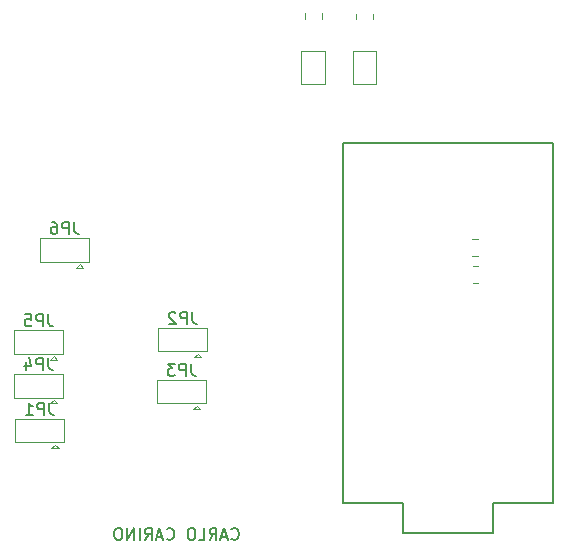
<source format=gbr>
%TF.GenerationSoftware,KiCad,Pcbnew,(5.1.10)-1*%
%TF.CreationDate,2022-02-24T11:14:30+08:00*%
%TF.ProjectId,hat,6861742e-6b69-4636-9164-5f7063625858,rev?*%
%TF.SameCoordinates,Original*%
%TF.FileFunction,Legend,Bot*%
%TF.FilePolarity,Positive*%
%FSLAX46Y46*%
G04 Gerber Fmt 4.6, Leading zero omitted, Abs format (unit mm)*
G04 Created by KiCad (PCBNEW (5.1.10)-1) date 2022-02-24 11:14:30*
%MOMM*%
%LPD*%
G01*
G04 APERTURE LIST*
%ADD10C,0.150000*%
%ADD11C,0.120000*%
G04 APERTURE END LIST*
D10*
X149542857Y-118957142D02*
X149590476Y-119004761D01*
X149733333Y-119052380D01*
X149828571Y-119052380D01*
X149971428Y-119004761D01*
X150066666Y-118909523D01*
X150114285Y-118814285D01*
X150161904Y-118623809D01*
X150161904Y-118480952D01*
X150114285Y-118290476D01*
X150066666Y-118195238D01*
X149971428Y-118100000D01*
X149828571Y-118052380D01*
X149733333Y-118052380D01*
X149590476Y-118100000D01*
X149542857Y-118147619D01*
X149161904Y-118766666D02*
X148685714Y-118766666D01*
X149257142Y-119052380D02*
X148923809Y-118052380D01*
X148590476Y-119052380D01*
X147685714Y-119052380D02*
X148019047Y-118576190D01*
X148257142Y-119052380D02*
X148257142Y-118052380D01*
X147876190Y-118052380D01*
X147780952Y-118100000D01*
X147733333Y-118147619D01*
X147685714Y-118242857D01*
X147685714Y-118385714D01*
X147733333Y-118480952D01*
X147780952Y-118528571D01*
X147876190Y-118576190D01*
X148257142Y-118576190D01*
X146780952Y-119052380D02*
X147257142Y-119052380D01*
X147257142Y-118052380D01*
X146257142Y-118052380D02*
X146066666Y-118052380D01*
X145971428Y-118100000D01*
X145876190Y-118195238D01*
X145828571Y-118385714D01*
X145828571Y-118719047D01*
X145876190Y-118909523D01*
X145971428Y-119004761D01*
X146066666Y-119052380D01*
X146257142Y-119052380D01*
X146352380Y-119004761D01*
X146447619Y-118909523D01*
X146495238Y-118719047D01*
X146495238Y-118385714D01*
X146447619Y-118195238D01*
X146352380Y-118100000D01*
X146257142Y-118052380D01*
X144066666Y-118957142D02*
X144114285Y-119004761D01*
X144257142Y-119052380D01*
X144352380Y-119052380D01*
X144495238Y-119004761D01*
X144590476Y-118909523D01*
X144638095Y-118814285D01*
X144685714Y-118623809D01*
X144685714Y-118480952D01*
X144638095Y-118290476D01*
X144590476Y-118195238D01*
X144495238Y-118100000D01*
X144352380Y-118052380D01*
X144257142Y-118052380D01*
X144114285Y-118100000D01*
X144066666Y-118147619D01*
X143685714Y-118766666D02*
X143209523Y-118766666D01*
X143780952Y-119052380D02*
X143447619Y-118052380D01*
X143114285Y-119052380D01*
X142209523Y-119052380D02*
X142542857Y-118576190D01*
X142780952Y-119052380D02*
X142780952Y-118052380D01*
X142400000Y-118052380D01*
X142304761Y-118100000D01*
X142257142Y-118147619D01*
X142209523Y-118242857D01*
X142209523Y-118385714D01*
X142257142Y-118480952D01*
X142304761Y-118528571D01*
X142400000Y-118576190D01*
X142780952Y-118576190D01*
X141780952Y-119052380D02*
X141780952Y-118052380D01*
X141304761Y-119052380D02*
X141304761Y-118052380D01*
X140733333Y-119052380D01*
X140733333Y-118052380D01*
X140066666Y-118052380D02*
X139876190Y-118052380D01*
X139780952Y-118100000D01*
X139685714Y-118195238D01*
X139638095Y-118385714D01*
X139638095Y-118719047D01*
X139685714Y-118909523D01*
X139780952Y-119004761D01*
X139876190Y-119052380D01*
X140066666Y-119052380D01*
X140161904Y-119004761D01*
X140257142Y-118909523D01*
X140304761Y-118719047D01*
X140304761Y-118385714D01*
X140257142Y-118195238D01*
X140161904Y-118100000D01*
X140066666Y-118052380D01*
%TO.C,U4*%
X158960000Y-85420000D02*
X176740000Y-85420000D01*
X176740000Y-85420000D02*
X176740000Y-115900000D01*
X176740000Y-115900000D02*
X171660000Y-115900000D01*
X171660000Y-115900000D02*
X171660000Y-118440000D01*
X171660000Y-118440000D02*
X164040000Y-118440000D01*
X164040000Y-118440000D02*
X164040000Y-115900000D01*
X164040000Y-115900000D02*
X158960000Y-115900000D01*
X158960000Y-115900000D02*
X158960000Y-85420000D01*
D11*
%TO.C,R10*%
X160065000Y-74502936D02*
X160065000Y-74957064D01*
X161535000Y-74502936D02*
X161535000Y-74957064D01*
%TO.C,R9*%
X157205000Y-74937064D02*
X157205000Y-74482936D01*
X155735000Y-74937064D02*
X155735000Y-74482936D01*
%TO.C,R8*%
X169932936Y-95035000D02*
X170387064Y-95035000D01*
X169932936Y-93565000D02*
X170387064Y-93565000D01*
%TO.C,R7*%
X169952936Y-97295000D02*
X170407064Y-97295000D01*
X169952936Y-95825000D02*
X170407064Y-95825000D01*
%TO.C,JP8*%
X161810000Y-77640000D02*
X159810000Y-77640000D01*
X161810000Y-80440000D02*
X161810000Y-77640000D01*
X159810000Y-80440000D02*
X161810000Y-80440000D01*
X159810000Y-77640000D02*
X159810000Y-80440000D01*
%TO.C,JP7*%
X157470000Y-77630000D02*
X155470000Y-77630000D01*
X157470000Y-80430000D02*
X157470000Y-77630000D01*
X155470000Y-80430000D02*
X157470000Y-80430000D01*
X155470000Y-77630000D02*
X155470000Y-80430000D01*
%TO.C,JP6*%
X136700000Y-95700000D02*
X136400000Y-96000000D01*
X137000000Y-96000000D02*
X136400000Y-96000000D01*
X136700000Y-95700000D02*
X137000000Y-96000000D01*
X137450000Y-95500000D02*
X137450000Y-93500000D01*
X133350000Y-95500000D02*
X137450000Y-95500000D01*
X133350000Y-93500000D02*
X133350000Y-95500000D01*
X137450000Y-93500000D02*
X133350000Y-93500000D01*
%TO.C,JP5*%
X134500000Y-103500000D02*
X134200000Y-103800000D01*
X134800000Y-103800000D02*
X134200000Y-103800000D01*
X134500000Y-103500000D02*
X134800000Y-103800000D01*
X135250000Y-103300000D02*
X135250000Y-101300000D01*
X131150000Y-103300000D02*
X135250000Y-103300000D01*
X131150000Y-101300000D02*
X131150000Y-103300000D01*
X135250000Y-101300000D02*
X131150000Y-101300000D01*
%TO.C,JP4*%
X134500000Y-107200000D02*
X134200000Y-107500000D01*
X134800000Y-107500000D02*
X134200000Y-107500000D01*
X134500000Y-107200000D02*
X134800000Y-107500000D01*
X135250000Y-107000000D02*
X135250000Y-105000000D01*
X131150000Y-107000000D02*
X135250000Y-107000000D01*
X131150000Y-105000000D02*
X131150000Y-107000000D01*
X135250000Y-105000000D02*
X131150000Y-105000000D01*
%TO.C,JP3*%
X146600000Y-107700000D02*
X146300000Y-108000000D01*
X146900000Y-108000000D02*
X146300000Y-108000000D01*
X146600000Y-107700000D02*
X146900000Y-108000000D01*
X147350000Y-107500000D02*
X147350000Y-105500000D01*
X143250000Y-107500000D02*
X147350000Y-107500000D01*
X143250000Y-105500000D02*
X143250000Y-107500000D01*
X147350000Y-105500000D02*
X143250000Y-105500000D01*
%TO.C,JP2*%
X146700000Y-103300000D02*
X146400000Y-103600000D01*
X147000000Y-103600000D02*
X146400000Y-103600000D01*
X146700000Y-103300000D02*
X147000000Y-103600000D01*
X147450000Y-103100000D02*
X147450000Y-101100000D01*
X143350000Y-103100000D02*
X147450000Y-103100000D01*
X143350000Y-101100000D02*
X143350000Y-103100000D01*
X147450000Y-101100000D02*
X143350000Y-101100000D01*
%TO.C,JP1*%
X134600000Y-111000000D02*
X134300000Y-111300000D01*
X134900000Y-111300000D02*
X134300000Y-111300000D01*
X134600000Y-111000000D02*
X134900000Y-111300000D01*
X135350000Y-110800000D02*
X135350000Y-108800000D01*
X131250000Y-110800000D02*
X135350000Y-110800000D01*
X131250000Y-108800000D02*
X131250000Y-110800000D01*
X135350000Y-108800000D02*
X131250000Y-108800000D01*
%TO.C,JP6*%
D10*
X136233333Y-92152380D02*
X136233333Y-92866666D01*
X136280952Y-93009523D01*
X136376190Y-93104761D01*
X136519047Y-93152380D01*
X136614285Y-93152380D01*
X135757142Y-93152380D02*
X135757142Y-92152380D01*
X135376190Y-92152380D01*
X135280952Y-92200000D01*
X135233333Y-92247619D01*
X135185714Y-92342857D01*
X135185714Y-92485714D01*
X135233333Y-92580952D01*
X135280952Y-92628571D01*
X135376190Y-92676190D01*
X135757142Y-92676190D01*
X134328571Y-92152380D02*
X134519047Y-92152380D01*
X134614285Y-92200000D01*
X134661904Y-92247619D01*
X134757142Y-92390476D01*
X134804761Y-92580952D01*
X134804761Y-92961904D01*
X134757142Y-93057142D01*
X134709523Y-93104761D01*
X134614285Y-93152380D01*
X134423809Y-93152380D01*
X134328571Y-93104761D01*
X134280952Y-93057142D01*
X134233333Y-92961904D01*
X134233333Y-92723809D01*
X134280952Y-92628571D01*
X134328571Y-92580952D01*
X134423809Y-92533333D01*
X134614285Y-92533333D01*
X134709523Y-92580952D01*
X134757142Y-92628571D01*
X134804761Y-92723809D01*
%TO.C,JP5*%
X134033333Y-99952380D02*
X134033333Y-100666666D01*
X134080952Y-100809523D01*
X134176190Y-100904761D01*
X134319047Y-100952380D01*
X134414285Y-100952380D01*
X133557142Y-100952380D02*
X133557142Y-99952380D01*
X133176190Y-99952380D01*
X133080952Y-100000000D01*
X133033333Y-100047619D01*
X132985714Y-100142857D01*
X132985714Y-100285714D01*
X133033333Y-100380952D01*
X133080952Y-100428571D01*
X133176190Y-100476190D01*
X133557142Y-100476190D01*
X132080952Y-99952380D02*
X132557142Y-99952380D01*
X132604761Y-100428571D01*
X132557142Y-100380952D01*
X132461904Y-100333333D01*
X132223809Y-100333333D01*
X132128571Y-100380952D01*
X132080952Y-100428571D01*
X132033333Y-100523809D01*
X132033333Y-100761904D01*
X132080952Y-100857142D01*
X132128571Y-100904761D01*
X132223809Y-100952380D01*
X132461904Y-100952380D01*
X132557142Y-100904761D01*
X132604761Y-100857142D01*
%TO.C,JP4*%
X134033333Y-103652380D02*
X134033333Y-104366666D01*
X134080952Y-104509523D01*
X134176190Y-104604761D01*
X134319047Y-104652380D01*
X134414285Y-104652380D01*
X133557142Y-104652380D02*
X133557142Y-103652380D01*
X133176190Y-103652380D01*
X133080952Y-103700000D01*
X133033333Y-103747619D01*
X132985714Y-103842857D01*
X132985714Y-103985714D01*
X133033333Y-104080952D01*
X133080952Y-104128571D01*
X133176190Y-104176190D01*
X133557142Y-104176190D01*
X132128571Y-103985714D02*
X132128571Y-104652380D01*
X132366666Y-103604761D02*
X132604761Y-104319047D01*
X131985714Y-104319047D01*
%TO.C,JP3*%
X146133333Y-104152380D02*
X146133333Y-104866666D01*
X146180952Y-105009523D01*
X146276190Y-105104761D01*
X146419047Y-105152380D01*
X146514285Y-105152380D01*
X145657142Y-105152380D02*
X145657142Y-104152380D01*
X145276190Y-104152380D01*
X145180952Y-104200000D01*
X145133333Y-104247619D01*
X145085714Y-104342857D01*
X145085714Y-104485714D01*
X145133333Y-104580952D01*
X145180952Y-104628571D01*
X145276190Y-104676190D01*
X145657142Y-104676190D01*
X144752380Y-104152380D02*
X144133333Y-104152380D01*
X144466666Y-104533333D01*
X144323809Y-104533333D01*
X144228571Y-104580952D01*
X144180952Y-104628571D01*
X144133333Y-104723809D01*
X144133333Y-104961904D01*
X144180952Y-105057142D01*
X144228571Y-105104761D01*
X144323809Y-105152380D01*
X144609523Y-105152380D01*
X144704761Y-105104761D01*
X144752380Y-105057142D01*
%TO.C,JP2*%
X146233333Y-99752380D02*
X146233333Y-100466666D01*
X146280952Y-100609523D01*
X146376190Y-100704761D01*
X146519047Y-100752380D01*
X146614285Y-100752380D01*
X145757142Y-100752380D02*
X145757142Y-99752380D01*
X145376190Y-99752380D01*
X145280952Y-99800000D01*
X145233333Y-99847619D01*
X145185714Y-99942857D01*
X145185714Y-100085714D01*
X145233333Y-100180952D01*
X145280952Y-100228571D01*
X145376190Y-100276190D01*
X145757142Y-100276190D01*
X144804761Y-99847619D02*
X144757142Y-99800000D01*
X144661904Y-99752380D01*
X144423809Y-99752380D01*
X144328571Y-99800000D01*
X144280952Y-99847619D01*
X144233333Y-99942857D01*
X144233333Y-100038095D01*
X144280952Y-100180952D01*
X144852380Y-100752380D01*
X144233333Y-100752380D01*
%TO.C,JP1*%
X134133333Y-107452380D02*
X134133333Y-108166666D01*
X134180952Y-108309523D01*
X134276190Y-108404761D01*
X134419047Y-108452380D01*
X134514285Y-108452380D01*
X133657142Y-108452380D02*
X133657142Y-107452380D01*
X133276190Y-107452380D01*
X133180952Y-107500000D01*
X133133333Y-107547619D01*
X133085714Y-107642857D01*
X133085714Y-107785714D01*
X133133333Y-107880952D01*
X133180952Y-107928571D01*
X133276190Y-107976190D01*
X133657142Y-107976190D01*
X132133333Y-108452380D02*
X132704761Y-108452380D01*
X132419047Y-108452380D02*
X132419047Y-107452380D01*
X132514285Y-107595238D01*
X132609523Y-107690476D01*
X132704761Y-107738095D01*
%TD*%
M02*

</source>
